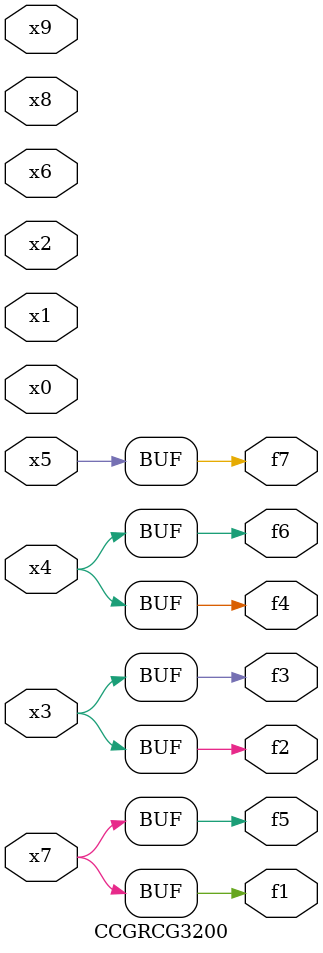
<source format=v>
module CCGRCG3200(
	input x0, x1, x2, x3, x4, x5, x6, x7, x8, x9,
	output f1, f2, f3, f4, f5, f6, f7
);
	assign f1 = x7;
	assign f2 = x3;
	assign f3 = x3;
	assign f4 = x4;
	assign f5 = x7;
	assign f6 = x4;
	assign f7 = x5;
endmodule

</source>
